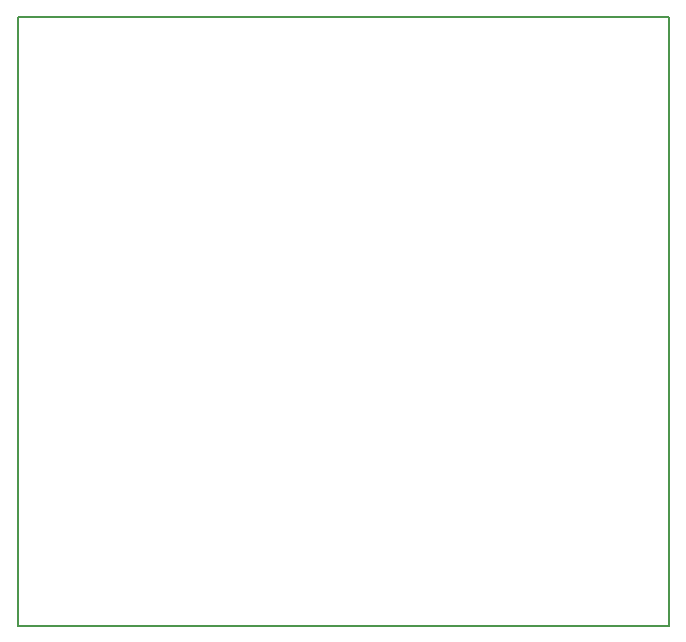
<source format=gm1>
G04 MADE WITH FRITZING*
G04 WWW.FRITZING.ORG*
G04 DOUBLE SIDED*
G04 HOLES PLATED*
G04 CONTOUR ON CENTER OF CONTOUR VECTOR*
%ASAXBY*%
%FSLAX23Y23*%
%MOIN*%
%OFA0B0*%
%SFA1.0B1.0*%
%ADD10R,2.178520X2.038450*%
%ADD11C,0.008000*%
%ADD10C,0.008*%
%LNCONTOUR*%
G90*
G70*
G54D10*
G54D11*
X4Y2034D02*
X2175Y2034D01*
X2175Y4D01*
X4Y4D01*
X4Y2034D01*
D02*
G04 End of contour*
M02*
</source>
